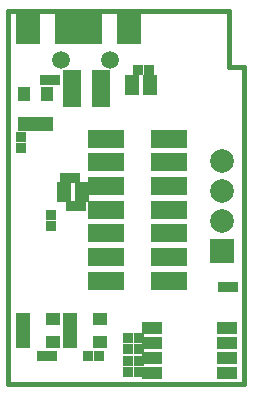
<source format=gbs>
G04 (created by PCBNEW-RS274X (2010-08-11 BZR 2448)-unstable) date Fri 17 Jun 2011 15:12:29 CST*
G01*
G70*
G90*
%MOIN*%
G04 Gerber Fmt 3.4, Leading zero omitted, Abs format*
%FSLAX34Y34*%
G04 APERTURE LIST*
%ADD10C,0.001000*%
%ADD11C,0.015000*%
%ADD12R,0.038100X0.038100*%
%ADD13R,0.045000X0.065000*%
%ADD14R,0.080000X0.100000*%
%ADD15R,0.065000X0.040000*%
%ADD16R,0.050000X0.040000*%
%ADD17R,0.040000X0.050000*%
%ADD18R,0.059400X0.047600*%
%ADD19C,0.059400*%
%ADD20R,0.118400X0.059400*%
%ADD21R,0.079100X0.079100*%
%ADD22C,0.079100*%
G04 APERTURE END LIST*
G54D10*
G54D11*
X47244Y-41220D02*
X47244Y-41220D01*
X46732Y-41221D02*
X47244Y-41221D01*
X46732Y-39370D02*
X46732Y-41220D01*
X39370Y-51811D02*
X39370Y-39370D01*
X47244Y-51811D02*
X39370Y-51811D01*
X47244Y-41220D02*
X47244Y-51811D01*
X39370Y-39370D02*
X46732Y-39370D01*
G54D12*
X43370Y-50640D03*
X43720Y-50640D03*
X46520Y-48580D03*
X46870Y-48580D03*
X43720Y-50260D03*
X43370Y-50260D03*
X40810Y-46180D03*
X40810Y-46530D03*
X41250Y-44940D03*
X41600Y-44940D03*
X43720Y-51020D03*
X43370Y-51020D03*
X43720Y-51410D03*
X43370Y-51410D03*
X42390Y-50880D03*
X42040Y-50880D03*
X40840Y-50880D03*
X40490Y-50880D03*
X40580Y-41680D03*
X40930Y-41680D03*
X39800Y-43920D03*
X39800Y-43570D03*
G54D13*
X43480Y-41840D03*
X44080Y-41840D03*
X41820Y-45400D03*
X41220Y-45400D03*
G54D14*
X42086Y-39961D03*
X43386Y-39961D03*
G54D15*
X46670Y-51420D03*
X46670Y-50920D03*
X46670Y-50420D03*
X46670Y-49920D03*
X44170Y-49920D03*
X44170Y-50420D03*
X44170Y-50920D03*
X44170Y-51420D03*
G54D16*
X41430Y-50395D03*
X41430Y-49645D03*
X42430Y-50395D03*
X41430Y-50020D03*
X42430Y-49645D03*
G54D17*
X40655Y-43120D03*
X39905Y-43120D03*
X40655Y-42120D03*
X40280Y-43120D03*
X39905Y-42120D03*
G54D16*
X39860Y-50385D03*
X39860Y-49635D03*
X40860Y-50385D03*
X39860Y-50010D03*
X40860Y-49635D03*
G54D18*
X41510Y-42320D03*
X41510Y-41945D03*
X41510Y-41572D03*
X42454Y-41570D03*
X42454Y-41948D03*
X42454Y-42320D03*
G54D19*
X41123Y-41015D03*
X42777Y-41015D03*
G54D12*
X43700Y-41340D03*
X44050Y-41340D03*
X41810Y-45870D03*
X41460Y-45870D03*
G54D20*
X44729Y-43630D03*
X42642Y-43630D03*
X44729Y-44417D03*
X42642Y-44417D03*
X44729Y-45205D03*
X42642Y-45205D03*
X44729Y-45992D03*
X42642Y-45992D03*
X44729Y-46780D03*
X42642Y-46780D03*
X44729Y-47567D03*
X42642Y-47567D03*
X44729Y-48354D03*
X42642Y-48354D03*
G54D21*
X46496Y-47366D03*
G54D22*
X46496Y-46366D03*
X46496Y-45366D03*
X46496Y-44366D03*
G54D14*
X40019Y-39961D03*
X41319Y-39961D03*
M02*

</source>
